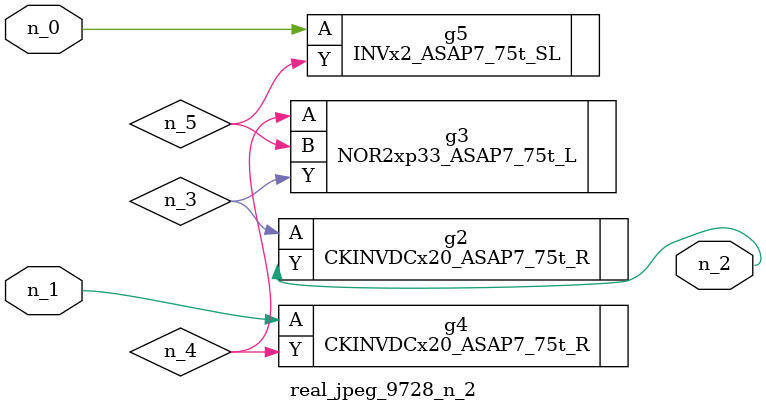
<source format=v>
module real_jpeg_9728_n_2 (n_1, n_0, n_2);

input n_1;
input n_0;

output n_2;

wire n_5;
wire n_4;
wire n_3;

INVx2_ASAP7_75t_SL g5 ( 
.A(n_0),
.Y(n_5)
);

CKINVDCx20_ASAP7_75t_R g4 ( 
.A(n_1),
.Y(n_4)
);

CKINVDCx20_ASAP7_75t_R g2 ( 
.A(n_3),
.Y(n_2)
);

NOR2xp33_ASAP7_75t_L g3 ( 
.A(n_4),
.B(n_5),
.Y(n_3)
);


endmodule
</source>
